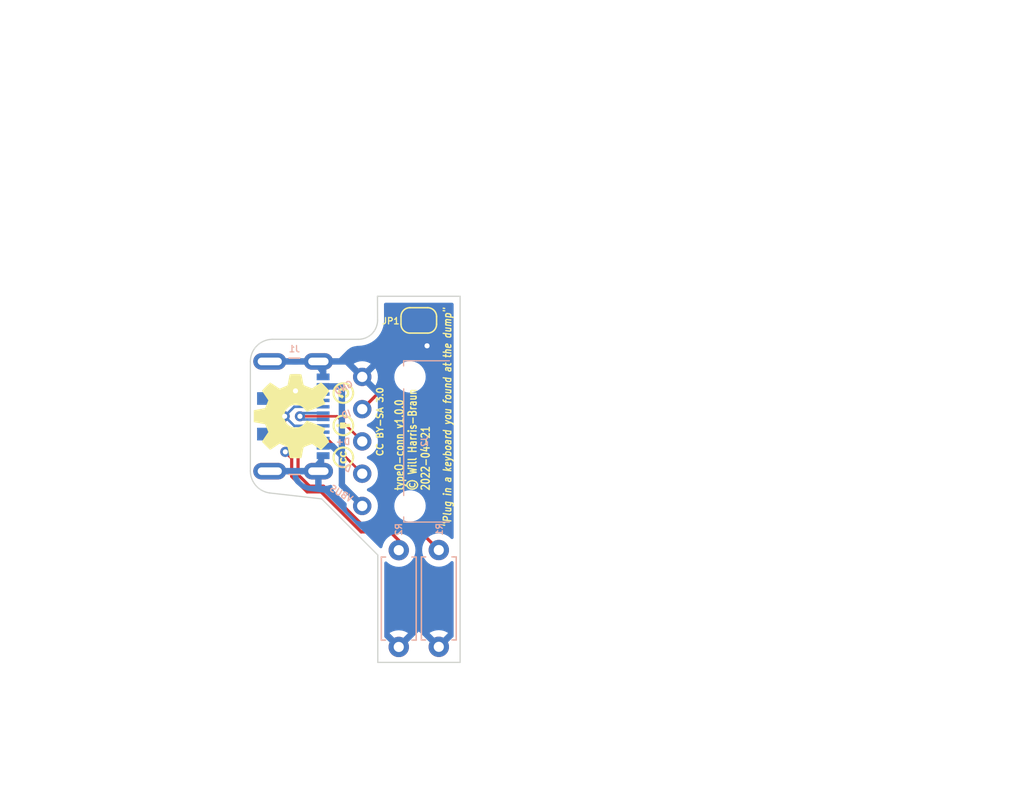
<source format=kicad_pcb>
(kicad_pcb (version 20211014) (generator pcbnew)
  (title_block (comment 4 "AISLER Project ID: IFRABZNE"))
  (layers (0 "F.Cu" signal) (31 "B.Cu" signal) (34 "B.Paste" user) (35 "F.Paste" user) (36 "B.SilkS" user "B.Silkscreen") (37 "F.SilkS" user "F.Silkscreen") (38 "B.Mask" user) (39 "F.Mask" user) (44 "Edge.Cuts" user))
  (net 0 "")
  (net 2 "Net-(J1-PadB5)")
  (net 4 "Net-(J1-PadA5)")
  (net 5 "/VBUS")
  (net 6 "/D+")
  (net 7 "/D-")
  (net 8 "/ID")
  (net 9 "/GND")
  (footprint "Jumper:SolderJumper-2_P1.3mm_Bridged_RoundedPad1.0x1.5mm" (layer "F.Cu") (at 128.688021 71.75179 180)
    (fp_text reference "JP1")
    (fp_text value "SolderJumper_2_Bridged" hide)
  )
  (footprint "MyLibrary:8292200520001101" (layer "F.Cu") (at 124.238021 76.2)
    (fp_text reference "J2")
    (fp_text value "829-22-005-20-001101" hide)
  )
  (footprint "Symbol:OSHW-Symbol_6.7x6mm_SilkScreen" (layer "F.Cu") (at 118.688021 79.30179 90)
    (fp_text reference "REF**" hide)
    (fp_text value "OSHW-Symbol_6.7x6mm_SilkScreen" hide)
  )
  (footprint "Connector_USB:USB_C_Receptacle_JAE_DX07S016JA1R1500" (layer "B.Cu") (at 118.113997 79.30179 90)
    (fp_text reference "J1")
    (fp_text value "USB_C_Receptacle_USB2.0" hide)
  )
  (footprint "Resistor_THT:R_Axial_DIN0207_L6.3mm_D2.5mm_P7.62mm_Horizontal" (layer "B.Cu") (at 127.113021 97.46179 90)
    (fp_text reference "R2")
    (fp_text value "5.1k")
  )
  (footprint "Resistor_THT:R_Axial_DIN0207_L6.3mm_D2.5mm_P7.62mm_Horizontal" (layer "B.Cu") (at 130.263021 97.45179 90)
    (fp_text reference "R1")
    (fp_text value "5.1k")
  )
  (gr_poly (pts (xy 122.489472 82.74842) (xy 122.490899 82.729807) (xy 122.493284 82.711892) (xy 122.496627 82.694675) (xy 122.500928 82.678155) (xy 122.506186 82.662333) (xy 122.512402 82.647208) (xy 122.519575 82.632781) (xy 122.527706 82.61905) (xy 122.536795 82.606016) (xy 122.54684 82.593679) (xy 122.557843 82.582039) (xy 122.569803 82.571095) (xy 122.58272 82.560847) (xy 122.596594 82.551295) (xy 122.611425 82.542439) (xy 122.611426 82.542439) (xy 122.670401 82.655866) (xy 122.665771 82.65817) (xy 122.661317 82.660538) (xy 122.657038 82.66297) (xy 122.652935 82.665466) (xy 122.649009 82.668026) (xy 122.645258 82.670651) (xy 122.641685 82.67334) (xy 122.638287 82.676093) (xy 122.635067 82.678911) (xy 122.632023 82.681793) (xy 122.629157 82.68474) (xy 122.626467 82.687752) (xy 122.623955 82.690829) (xy 122.62162 82.69397) (xy 122.619464 82.697177) (xy 122.617484 82.700448) (xy 122.615658 82.703742) (xy 122.613949 82.707007) (xy 122.612357 82.710241) (xy 122.610882 82.713446) (xy 122.609525 82.716622) (xy 122.608286 82.719767) (xy 122.607164 82.722884) (xy 122.60616 82.72597) (xy 122.605274 82.729028) (xy 122.604506 82.732056) (xy 122.603856 82.735054) (xy 122.603324 82.738023) (xy 122.602909 82.740963) (xy 122.602614 82.743874) (xy 122.602436 82.746755) (xy 122.602377 82.749608) (xy 122.602523 82.756581) (xy 122.602961 82.763334) (xy 122.603692 82.769865) (xy 122.604715 82.776176) (xy 122.60603 82.782265) (xy 122.607637 82.788133) (xy 122.609537 82.79378) (xy 122.611729 82.799205) (xy 122.614213 82.80441) (xy 122.61699 82.809393) (xy 122.620059 82.814155) (xy 122.62342 82.818696) (xy 122.627074 82.823015) (xy 122.63102 82.827113) (xy 122.635258 82.830989) (xy 122.639789 82.834645) (xy 122.644612 82.838079) (xy 122.649727 82.841291) (xy 122.655135 82.844282) (xy 122.660836 82.847052) (xy 122.666828 82.8496) (xy 122.673114 82.851927) (xy 122.679691 82.854032) (xy 122.686561 82.855916) (xy 122.693724 82.857578) (xy 122.701179 82.859018) (xy 122.708926 82.860237) (xy 122.716966 82.861235) (xy 122.725299 82.862011) (xy 122.733924 82.862565) (xy 122.742841 82.862897) (xy 122.752052 82.863008) (xy 122.760448 82.862896) (xy 122.768631 82.862559) (xy 122.776601 82.861998) (xy 122.784358 82.861213) (xy 122.791903 82.860203) (xy 122.799234 82.858969) (xy 122.806353 82.85751) (xy 122.81326 82.855828) (xy 122.819954 82.853921) (xy 122.826435 82.85179) (xy 122.832705 82.849435) (xy 122.838763 82.846856) (xy 122.844608 82.844053) (xy 122.850242 82.841027) (xy 122.855664 82.837776) (xy 122.860875 82.834301) (xy 122.86582 82.830603) (xy 122.870447 82.826692) (xy 122.874755 82.822568) (xy 122.878744 82.818232) (xy 122.880618 82.815984) (xy 122.882414 82.813683) (xy 122.884129 82.811329) (xy 122.885765 82.808922) (xy 122.887321 82.806461) (xy 122.888797 82.803948) (xy 122.890193 82.801381) (xy 122.89151 82.798761) (xy 122.893904 82.793361) (xy 122.895979 82.787749) (xy 122.897735 82.781924) (xy 122.899172 82.775886) (xy 122.900289 82.769635) (xy 122.901088 82.763172) (xy 122.901567 82.756496) (xy 122.901726 82.749608) (xy 122.901443 82.740517) (xy 122.900592 82.731769) (xy 122.899173 82.723364) (xy 122.897188 82.715302) (xy 122.894635 82.707582) (xy 122.891516 82.700205) (xy 122.887829 82.69317) (xy 122.883576 82.686478) (xy 122.878756 82.680128) (xy 122.873369 82.67412) (xy 122.867415 82.668455) (xy 122.860895 82.663131) (xy 122.853809 82.65815) (xy 122.846156 82.65351) (xy 122.837937 82.649212) (xy 122.829151 82.645256) (xy 122.882068 82.540957) (xy 122.889718 82.545215) (xy 122.89716 82.549674) (xy 122.904395 82.554333) (xy 122.911422 82.559194) (xy 122.918242 82.564255) (xy 122.924855 82.569517) (xy 122.93126 82.574981) (xy 122.937458 82.580645) (xy 122.943449 82.58651) (xy 122.949233 82.592576) (xy 122.95481 82.598843) (xy 122.96018 82.605311) (xy 122.965343 82.611979) (xy 122.9703 82.618849) (xy 122.97505 82.625919) (xy 122.979593 82.633191) (xy 122.983899 82.640601) (xy 122.987926 82.648107) (xy 122.991676 82.655709) (xy 122.995147 82.663407) (xy 122.998339 82.6712) (xy 123.001254 82.679089) (xy 123.003891 82.687073) (xy 123.00625 82.695153) (xy 123.008331 82.703328) (xy 123.010134 82.711598) (xy 123.01166 82.719963) (xy 123.012908 82.728422) (xy 123.013879 82.736977) (xy 123.014572 82.745626) (xy 123.014988 82.754369) (xy 123.015127 82.763207) (xy 123.014855 82.77721) (xy 123.014041 82.79087) (xy 123.012684 82.804189) (xy 123.010784 82.817166) (xy 123.008341 82.829801) (xy 123.005354 82.842093) (xy 123.001824 82.854043) (xy 122.99775 82.865651) (xy 122.993132 82.876915) (xy 122.987971 82.887838) (xy 122.982265 82.898417) (xy 122.976015 82.908653) (xy 122.96922 82.918546) (xy 122.961881 82.928096) (xy 122.953997 82.937303) (xy 122.945568 82.946167) (xy 122.936663 82.954586) (xy 122.927334 82.962463) (xy 122.917579 82.969797) (xy 122.907399 82.976587) (xy 122.896793 82.982834) (xy 122.885763 82.988538) (xy 122.874307 82.993699) (xy 122.862426 82.998316) (xy 122.85012 83.00239) (xy 122.837389 83.005921) (xy 122.824232 83.008909) (xy 122.810651 83.011353) (xy 122.796645 83.013255) (xy 122.782214 83.014613) (xy 122.767359 83.015427) (xy 122.752078 83.015699) (xy 122.737152 83.015424) (xy 122.722617 83.0146) (xy 122.708473 83.013227) (xy 122.694718 83.011304) (xy 122.681354 83.008832) (xy 122.66838 83.005811) (xy 122.655796 83.00224) (xy 122.643602 82.998121) (xy 122.631798 82.993452) (xy 122.620383 82.988234) (xy 122.609358 82.982468) (xy 122.598722 82.976152) (xy 122.588475 82.969287) (xy 122.578618 82.961873) (xy 122.569149 82.953911) (xy 122.56007 82.945399) (xy 122.551467 82.936469) (xy 122.543419 82.927248) (xy 122.535925 82.917738) (xy 122.528985 82.907939) (xy 122.522601 82.897849) (xy 122.516771 82.88747) (xy 122.511496 82.876801) (xy 122.506776 82.865842) (xy 122.502611 82.854594) (xy 122.499001 82.843055) (xy 122.495946 82.831226) (xy 122.493447 82.819107) (xy 122.491503 82.806699) (xy 122.490114 82.794) (xy 122.489281 82.781011) (xy 122.489003 82.767732)) (layer "F.SilkS") (width 0.015) (fill solid))
  (gr_poly (pts (xy 122.487451 79.846997) (xy 122.487637 79.844405) (xy 122.487947 79.841848) (xy 122.488381 79.839326) (xy 122.48894 79.836839) (xy 122.489622 79.834388) (xy 122.490428 79.831972) (xy 122.491358 79.829591) (xy 122.492412 79.827247) (xy 122.49359 79.824938) (xy 122.494893 79.822664) (xy 122.496319 79.820427) (xy 122.497869 79.818226) (xy 122.499544 79.816062) (xy 122.501342 79.813933) (xy 122.503264 79.811841) (xy 122.505275 79.809836) (xy 122.50734 79.80796) (xy 122.509457 79.806211) (xy 122.511628 79.80459) (xy 122.513852 79.803098) (xy 122.516129 79.801735) (xy 122.518459 79.800501) (xy 122.520843 79.799396) (xy 122.523279 79.79842) (xy 122.525768 79.797574) (xy 122.52831 79.796857) (xy 122.530905 79.79627) (xy 122.533553 79.795813) (xy 122.536254 79.795487) (xy 122.539008 79.795291) (xy 122.541814 79.795225) (xy 122.541814 79.795226) (xy 122.888021 79.795226) (xy 122.888021 79.891957) (xy 123.299237 79.891957) (xy 123.299237 80.155059) (xy 122.888048 80.155059) (xy 122.888048 80.25179) (xy 122.541814 80.25179) (xy 122.539003 80.251728) (xy 122.536247 80.251542) (xy 122.533544 80.251232) (xy 122.530894 80.250799) (xy 122.528299 80.250241) (xy 122.525756 80.249559) (xy 122.523268 80.248754) (xy 122.520833 80.247825) (xy 122.518451 80.246772) (xy 122.516122 80.245596) (xy 122.513847 80.244296) (xy 122.511624 80.242872) (xy 122.509455 80.241325) (xy 122.507339 80.239654) (xy 122.505275 80.23786) (xy 122.503264 80.235942) (xy 122.501346 80.233926) (xy 122.499551 80.231858) (xy 122.497879 80.229737) (xy 122.49633 80.227563) (xy 122.494904 80.225337) (xy 122.493602 80.223058) (xy 122.492423 80.220727) (xy 122.491368 80.218344) (xy 122.490436 80.215908) (xy 122.489629 80.213419) (xy 122.488945 80.210879) (xy 122.488385 80.208286) (xy 122.48795 80.205641) (xy 122.487638 80.202943) (xy 122.487452 80.200194) (xy 122.487389 80.197392) (xy 122.487389 79.849624)) (layer "F.SilkS") (width 0.015) (fill solid))
  (gr_poly (pts (xy 122.204799 80.016275) (xy 122.205148 80.009247) (xy 122.205731 80.00245) (xy 122.206547 79.995883) (xy 122.207597 79.989547) (xy 122.208879 79.983442) (xy 122.210395 79.977568) (xy 122.212144 79.971924) (xy 122.214126 79.966511) (xy 122.216342 79.961328) (xy 122.218791 79.956376) (xy 122.221473 79.951655) (xy 122.224388 79.947164) (xy 122.227537 79.942903) (xy 122.230918 79.938874) (xy 122.234534 79.935074) (xy 122.238382 79.931505) (xy 122.242464 79.928167) (xy 122.246779 79.925059) (xy 122.251328 79.922181) (xy 122.25611 79.919534) (xy 122.261125 79.917117) (xy 122.266374 79.91493) (xy 122.271856 79.912974) (xy 122.277571 79.911248) (xy 122.28352 79.909752) (xy 122.289702 79.908486) (xy 122.296118 79.90745) (xy 122.302767 79.906645) (xy 122.309649 79.90607) (xy 122.316765 79.905725) (xy 122.324115 79.90561) (xy 122.331369 79.905725) (xy 122.338393 79.90607) (xy 122.345187 79.906646) (xy 122.351751 79.907453) (xy 122.358084 79.908489) (xy 122.364188 79.909756) (xy 122.370061 79.911253) (xy 122.375703 79.912981) (xy 122.381116 79.914939) (xy 122.386298 79.917127) (xy 122.39125 79.919546) (xy 122.395971 79.922195) (xy 122.400463 79.925074) (xy 122.404724 79.928184) (xy 122.408755 79.931524) (xy 122.412555 79.935094) (xy 122.416125 79.938895) (xy 122.419465 79.942925) (xy 122.422575 79.947186) (xy 122.425454 79.951678) (xy 122.428103 79.956399) (xy 122.430522 79.961351) (xy 122.43271 79.966534) (xy 122.434668 79.971946) (xy 122.436396 79.977589) (xy 122.437893 79.983462) (xy 122.43916 79.989565) (xy 122.440197 79.995898) (xy 122.441003 80.002462) (xy 122.441579 80.009256) (xy 122.441925 80.01628) (xy 122.44204 80.023534) (xy 122.441925 80.030789) (xy 122.441579 80.037813) (xy 122.441003 80.044607) (xy 122.440197 80.051172) (xy 122.43916 80.057506) (xy 122.437893 80.06361) (xy 122.436396 80.069483) (xy 122.434668 80.075127) (xy 122.43271 80.08054) (xy 122.430522 80.085724) (xy 122.428103 80.090677) (xy 122.425454 80.095399) (xy 122.422575 80.099892) (xy 122.419465 80.104154) (xy 122.416125 80.108186) (xy 122.412555 80.111988) (xy 122.408755 80.115559) (xy 122.404724 80.1189) (xy 122.400463 80.122011) (xy 122.395971 80.124892) (xy 122.39125 80.127542) (xy 122.386298 80.129962) (xy 122.381116 80.132151) (xy 122.375703 80.13411) (xy 122.370061 80.135839) (xy 122.364188 80.137337) (xy 122.358084 80.138604) (xy 122.351751 80.139642) (xy 122.345187 80.140448) (xy 122.338393 80.141025) (xy 122.331369 80.14137) (xy 122.324115 80.141486) (xy 122.309658 80.141025) (xy 122.302779 80.14045) (xy 122.296133 80.139644) (xy 122.28972 80.138608) (xy 122.28354 80.137341) (xy 122.277592 80.135844) (xy 122.271878 80.134117) (xy 122.266397 80.13216) (xy 122.261148 80.129972) (xy 122.256133 80.127554) (xy 122.251351 80.124906) (xy 122.246802 80.122027) (xy 122.242486 80.118918) (xy 122.238403 80.115578) (xy 122.234554 80.112008) (xy 122.230937 80.108207) (xy 122.227554 80.104176) (xy 122.224404 80.099915) (xy 122.221487 80.095423) (xy 122.218803 80.0907) (xy 122.216353 80.085747) (xy 122.214135 80.080563) (xy 122.212152 80.075149) (xy 122.210401 80.069504) (xy 122.208884 80.063629) (xy 122.2076 80.057523) (xy 122.20655 80.051187) (xy 122.205733 80.04462) (xy 122.205149 80.037822) (xy 122.204799 80.030793) (xy 122.204682 80.023534)) (layer "F.SilkS") (width 0.015) (fill solid))
  (gr_poly (pts (xy 121.906844 77.431447) (xy 121.909732 77.388317) (xy 121.914546 77.346037) (xy 121.921285 77.304607) (xy 121.929949 77.264026) (xy 121.940539 77.224296) (xy 121.953055 77.185415) (xy 121.967496 77.147384) (xy 121.983862 77.110202) (xy 122.002154 77.07387) (xy 122.022372 77.038387) (xy 122.044514 77.003754) (xy 122.068583 76.96997) (xy 122.094576 76.937035) (xy 122.122496 76.904949) (xy 122.15234 76.873712) (xy 122.18339 76.843876) (xy 122.215301 76.815963) (xy 122.248073 76.789974) (xy 122.281708 76.765908) (xy 122.316203 76.743767) (xy 122.351561 76.723549) (xy 122.38778 76.705256) (xy 122.424861 76.688887) (xy 122.462804 76.674444) (xy 122.501609 76.661925) (xy 122.541277 76.651332) (xy 122.581806 76.642664) (xy 122.623198 76.635922) (xy 122.665452 76.631106) (xy 122.708569 76.628216) (xy 122.752548 76.627253) (xy 122.796518 76.628198) (xy 122.839589 76.631034) (xy 122.88176 76.635761) (xy 122.923032 76.642378) (xy 122.963405 76.650885) (xy 123.00288 76.661283) (xy 123.041456 76.673571) (xy 123.079133 76.68775) (xy 123.115912 76.703818) (xy 123.151793 76.721777) (xy 123.186776 76.741625) (xy 123.220861 76.763364) (xy 123.254049 76.786992) (xy 123.28634 76.81251) (xy 123.317734 76.839917) (xy 123.348231 76.869214) (xy 123.378623 76.90152) (xy 123.407055 76.934572) (xy 123.433526 76.968368) (xy 123.458036 77.002909) (xy 123.480585 77.038195) (xy 123.501174 77.074225) (xy 123.519801 77.111) (xy 123.536468 77.148518) (xy 123.551174 77.186781) (xy 123.56392 77.225787) (xy 123.574704 77.265536) (xy 123.583528 77.306028) (xy 123.590391 77.347264) (xy 123.595293 77.389243) (xy 123.598234 77.431964) (xy 123.599214 77.475428) (xy 123.59824 77.51798) (xy 123.595316 77.559822) (xy 123.590444 77.600954) (xy 123.583622 77.641377) (xy 123.574851 77.681089) (xy 123.564132 77.720093) (xy 123.551463 77.758386) (xy 123.536845 77.79597) (xy 123.520279 77.832845) (xy 123.501763 77.86901) (xy 123.481298 77.904466) (xy 123.458884 77.939213) (xy 123.434521 77.973251) (xy 123.408209 78.00658) (xy 123.379949 78.039199) (xy 123.349739 78.07111) (xy 123.318176 78.101316) (xy 123.285845 78.129574) (xy 123.252748 78.155883) (xy 123.218882 78.180245) (xy 123.184249 78.202658) (xy 123.148849 78.223123) (xy 123.11268 78.241639) (xy 123.075743 78.258207) (xy 123.038037 78.272826) (xy 122.999564 78.285497) (xy 122.960321 78.296218) (xy 122.92031 78.30499) (xy 122.87953 78.311813) (xy 122.837981 78.316687) (xy 122.795662 78.319611) (xy 122.752574 78.320586) (xy 122.752548 78.320585) (xy 122.752548 78.167895) (xy 122.787586 78.167092) (xy 122.82201 78.164683) (xy 122.855817 78.160668) (xy 122.88901 78.155046) (xy 122.921587 78.147819) (xy 122.953549 78.138985) (xy 122.984897 78.128545) (xy 123.015629 78.1165) (xy 123.045748 78.102848) (xy 123.075251 78.08759) (xy 123.104141 78.070726) (xy 123.132417 78.052256) (xy 123.160078 78.032179) (xy 123.187126 78.010497) (xy 123.21356 77.987208) (xy 123.239381 77.962314) (xy 123.264285 77.936304) (xy 123.28758 77.909681) (xy 123.309269 77.882443) (xy 123.329349 77.854592) (xy 123.347823 77.826126) (xy 123.364689 77.797046) (xy 123.379948 77.767352) (xy 123.3936 77.737044) (xy 123.405645 77.706122) (xy 123.416084 77.674585) (xy 123.424917 77.642434) (xy 123.432143 77.609669) (xy 123.437763 77.57629) (xy 123.441778 77.542296) (xy 123.444186 77.507687) (xy 123.444989 77.472464) (xy 123.44418 77.43741) (xy 123.441753 77.402922) (xy 123.437708 77.369) (xy 123.432045 77.335643) (xy 123.424764 77.302853) (xy 123.415865 77.270629) (xy 123.405348 77.238972) (xy 123.393213 77.207881) (xy 123.37946 77.177357) (xy 123.364088 77.1474) (xy 123.347098 77.11801) (xy 123.32849 77.089187) (xy 123.308263 77.060932) (xy 123.286418 77.033244) (xy 123.262955 77.006124) (xy 123.237873 76.979572) (xy 123.213299 76.955403) (xy 123.187958 76.932794) (xy 123.161849 76.911744) (xy 123.134973 76.892254) (xy 123.107328 76.874323) (xy 123.078916 76.857952) (xy 123.049735 76.84314) (xy 123.019787 76.829887) (xy 122.98907 76.818194) (xy 122.957586 76.80806) (xy 122.925333 76.799485) (xy 122.892313 76.792469) (xy 122.858524 76.787012) (xy 122.823967 76.783115) (xy 122.788641 76.780776) (xy 122.752548 76.779997) (xy 122.716622 76.780788) (xy 122.681404 76.783163) (xy 122.646894 76.78712) (xy 122.613092 76.792661) (xy 122.579998 76.799784) (xy 122.547612 76.808489) (xy 122.515934 76.818778) (xy 122.484965 76.830648) (xy 122.454704 76.844101) (xy 122.425151 76.859135) (xy 122.396308 76.875752) (xy 122.368173 76.893951) (xy 122.340747 76.913731) (xy 122.31403 76.935093) (xy 122.288023 76.958037) (xy 122.262725 76.982562) (xy 122.237999 77.008041) (xy 122.21487 77.034206) (xy 122.193337 77.061056) (xy 122.173401 77.088591) (xy 122.15506 77.116811) (xy 122.138316 77.145715) (xy 122.123167 77.175305) (xy 122.109613 77.205579) (xy 122.097655 77.236538) (xy 122.087292 77.268181) (xy 122.078524 77.300509) (xy 122.07135 77.333521) (xy 122.065771 77.367217) (xy 122.061786 77.401598) (xy 122.059395 77.436662) (xy 122.058598 77.472411) (xy 122.059396 77.508159) (xy 122.061788 77.543209) (xy 122.065776 77.577562) (xy 122.071358 77.611219) (xy 122.078534 77.644178) (xy 122.087306 77.676441) (xy 122.097672 77.708007) (xy 122.109633 77.738876) (xy 122.123189 77.769049) (xy 122.138339 77.798525) (xy 122.155084 77.827304) (xy 122.173423 77.855387) (xy 122.193357 77.882773) (xy 122.214885 77.909463) (xy 122.238008 77.935456) (xy 122.262725 77.960753) (xy 122.289269 77.985839) (xy 122.316356 78.009307) (xy 122.343986 78.031155) (xy 122.372158 78.051385) (xy 122.400873 78.069996) (xy 122.43013 78.086988) (xy 122.45993 78.102361) (xy 122.490273 78.116116) (xy 122.521158 78.128252) (xy 122.552586 78.13877) (xy 122.584556 78.14767) (xy 122.617069 78.154951) (xy 122.650125 78.160614) (xy 122.683723 78.164659) (xy 122.717864 78.167086) (xy 122.752548 78.167895) (xy 122.752548 78.320585) (xy 122.70966 78.319611) (xy 122.667466 78.316687) (xy 122.625991 78.311813) (xy 122.585237 78.30499) (xy 122.545203 78.296218) (xy 122.505889 78.285497) (xy 122.467295 78.272826) (xy 122.429422 78.258207) (xy 122.392269 78.241639) (xy 122.355836 78.223123) (xy 122.320123 78.202658) (xy 122.285131 78.180245) (xy 122.250859 78.155883) (xy 122.217308 78.129574) (xy 122.184477 78.101316) (xy 122.152367 78.07111) (xy 122.122517 78.039906) (xy 122.094594 78.007898) (xy 122.068597 77.975087) (xy 122.044526 77.941472) (xy 122.02238 77.907053) (xy 122.002161 77.871831) (xy 121.983867 77.835805) (xy 121.967499 77.798977) (xy 121.953057 77.761344) (xy 121.940541 77.722909) (xy 121.92995 77.68367) (xy 121.921285 77.643628) (xy 121.914546 77.602782) (xy 121.909732 77.561134) (xy 121.906844 77.518682) (xy 121.905881 77.475428)) (layer "F.SilkS") (width 0.015) (fill solid))
  (gr_poly (pts (xy 122.489472 82.258581) (xy 122.490899 82.239987) (xy 122.493284 82.222101) (xy 122.496627 82.204924) (xy 122.500928 82.188454) (xy 122.506186 82.172694) (xy 122.512402 82.157642) (xy 122.519575 82.143298) (xy 122.527706 82.129664) (xy 122.536795 82.11674) (xy 122.54684 82.104525) (xy 122.557843 82.093019) (xy 122.569803 82.082223) (xy 122.58272 82.072138) (xy 122.596594 82.062762) (xy 122.611425 82.054098) (xy 122.611426 82.054098) (xy 122.670401 82.16599) (xy 122.665771 82.16829) (xy 122.661317 82.170655) (xy 122.657038 82.173087) (xy 122.652935 82.175583) (xy 122.649009 82.178145) (xy 122.645258 82.180772) (xy 122.641685 82.183464) (xy 122.638287 82.186221) (xy 122.635067 82.189042) (xy 122.632023 82.191929) (xy 122.629157 82.194879) (xy 122.626467 82.197895) (xy 122.623955 82.200975) (xy 122.62162 82.204119) (xy 122.619464 82.207327) (xy 122.617484 82.210599) (xy 122.615658 82.213904) (xy 122.613949 82.21719) (xy 122.612357 82.220459) (xy 122.610882 82.223709) (xy 122.609525 82.226941) (xy 122.608286 82.230154) (xy 122.607164 82.233349) (xy 122.60616 82.236524) (xy 122.605274 82.239681) (xy 122.604506 82.242819) (xy 122.603856 82.245938) (xy 122.603324 82.249037) (xy 122.602909 82.252117) (xy 122.602614 82.255178) (xy 122.602436 82.258219) (xy 122.602377 82.26124) (xy 122.602523 82.268216) (xy 122.602961 82.274971) (xy 122.603692 82.281504) (xy 122.604715 82.287817) (xy 122.60603 82.293908) (xy 122.607637 82.299777) (xy 122.609537 82.305426) (xy 122.611729 82.310853) (xy 122.614213 82.316059) (xy 122.61699 82.321043) (xy 122.620059 82.325806) (xy 122.62342 82.330348) (xy 122.627074 82.334668) (xy 122.63102 82.338767) (xy 122.635258 82.342644) (xy 122.639789 82.3463) (xy 122.644612 82.349735) (xy 122.649727 82.352948) (xy 122.655135 82.355939) (xy 122.660836 82.358709) (xy 122.666828 82.361258) (xy 122.673114 82.363585) (xy 122.679691 82.36569) (xy 122.686561 82.367574) (xy 122.693724 82.369236) (xy 122.701179 82.370677) (xy 122.708926 82.371896) (xy 122.716966 82.372893) (xy 122.725299 82.373669) (xy 122.733924 82.374223) (xy 122.742841 82.374556) (xy 122.752052 82.374667) (xy 122.760448 82.374554) (xy 122.768631 82.374217) (xy 122.776601 82.373654) (xy 122.784358 82.372867) (xy 122.791903 82.371855) (xy 122.799234 82.370619) (xy 122.806353 82.369158) (xy 122.81326 82.367473) (xy 122.819954 82.365564) (xy 122.826435 82.363431) (xy 122.832705 82.361074) (xy 122.838763 82.358493) (xy 122.844608 82.355688) (xy 122.850242 82.35266) (xy 122.855664 82.349408) (xy 122.860875 82.345933) (xy 122.86582 82.34224) (xy 122.870447 82.338334) (xy 122.874755 82.334215) (xy 122.876789 82.332076) (xy 122.878744 82.329883) (xy 122.880618 82.327637) (xy 122.882414 82.325338) (xy 122.884129 82.322986) (xy 122.885765 82.32058) (xy 122.887321 82.31812) (xy 122.888797 82.315608) (xy 122.890193 82.313042) (xy 122.89151 82.310423) (xy 122.893904 82.305024) (xy 122.895979 82.299411) (xy 122.897735 82.293585) (xy 122.899172 82.287544) (xy 122.900289 82.281289) (xy 122.901088 82.274821) (xy 122.901567 82.268137) (xy 122.901726 82.26124) (xy 122.901443 82.252158) (xy 122.900592 82.243418) (xy 122.899173 82.235019) (xy 122.897188 82.226961) (xy 122.894635 82.219246) (xy 122.891516 82.211872) (xy 122.887829 82.20484) (xy 122.883576 82.19815) (xy 122.878756 82.191802) (xy 122.873369 82.185797) (xy 122.867415 82.180135) (xy 122.860895 82.174815) (xy 122.853809 82.169839) (xy 122.846156 82.165205) (xy 122.837937 82.160915) (xy 122.829151 82.156968) (xy 122.882068 82.051134) (xy 122.889718 82.05557) (xy 122.89716 82.060196) (xy 122.904395 82.065013) (xy 122.911422 82.070019) (xy 122.918242 82.075214) (xy 122.924855 82.080599) (xy 122.93126 82.086173) (xy 122.937458 82.091936) (xy 122.943449 82.097888) (xy 122.949233 82.104029) (xy 122.95481 82.110358) (xy 122.96018 82.116875) (xy 122.965343 82.123581) (xy 122.9703 82.130474) (xy 122.97505 82.137555) (xy 122.979593 82.144823) (xy 122.983899 82.152236) (xy 122.987926 82.159732) (xy 122.991676 82.16731) (xy 122.995147 82.174971) (xy 122.998339 82.182714) (xy 123.001254 82.19054) (xy 123.003891 82.198448) (xy 123.00625 82.206438) (xy 123.008331 82.214511) (xy 123.010134 82.222667) (xy 123.01166 82.230904) (xy 123.012908 82.239225) (xy 123.013879 82.247628) (xy 123.014572 82.256113) (xy 123.014988 82.264681) (xy 123.015127 82.273331) (xy 123.014855 82.287517) (xy 123.014041 82.301342) (xy 123.012684 82.314805) (xy 123.010784 82.327907) (xy 123.008341 82.340648) (xy 123.005354 82.353028) (xy 123.001824 82.365046) (xy 122.99775 82.376704) (xy 122.993132 82.388001) (xy 122.987971 82.398937) (xy 122.982265 82.409512) (xy 122.976015 82.419726) (xy 122.96922 82.42958) (xy 122.961881 82.439073) (xy 122.953997 82.448206) (xy 122.945568 82.456979) (xy 122.936663 82.465321) (xy 122.927334 82.473124) (xy 122.917579 82.480388) (xy 122.907399 82.487113) (xy 122.896793 82.493299) (xy 122.885763 82.498946) (xy 122.874307 82.504055) (xy 122.862426 82.508625) (xy 122.85012 82.512657) (xy 122.837389 82.516151) (xy 122.824232 82.519107) (xy 122.810651 82.521525) (xy 122.796645 82.523406) (xy 122.782214 82.524749) (xy 122.767359 82.525555) (xy 122.752078 82.525823) (xy 122.737152 82.525549) (xy 122.722617 82.524725) (xy 122.708473 82.523353) (xy 122.694718 82.521432) (xy 122.681354 82.518961) (xy 122.66838 82.515941) (xy 122.655796 82.512371) (xy 122.643602 82.508252) (xy 122.631798 82.503583) (xy 122.620383 82.498364) (xy 122.609358 82.492595) (xy 122.598722 82.486276) (xy 122.588475 82.479407) (xy 122.578618 82.471987) (xy 122.569149 82.464017) (xy 122.56007 82.455497) (xy 122.551467 82.446571) (xy 122.543419 82.437355) (xy 122.535925 82.427849) (xy 122.528985 82.418052) (xy 122.522601 82.407966) (xy 122.516771 82.397589) (xy 122.511496 82.386923) (xy 122.506776 82.375966) (xy 122.502611 82.36472) (xy 122.499001 82.353184) (xy 122.495946 82.341358) (xy 122.493447 82.329242) (xy 122.491503 82.316837) (xy 122.490114 82.304142) (xy 122.489281 82.291157) (xy 122.489003 82.277882)) (layer "F.SilkS") (width 0.015) (fill solid))
  (gr_poly (pts (xy 122.307042 77.453876) (xy 122.308549 77.429891) (xy 122.31106 77.406542) (xy 122.314575 77.38383) (xy 122.319094 77.361754) (xy 122.324617 77.340314) (xy 122.331143 77.319512) (xy 122.338673 77.299347) (xy 122.347207 77.27982) (xy 122.356743 77.26093) (xy 122.367283 77.242678) (xy 122.378825 77.225065) (xy 122.391371 77.20809) (xy 122.404918 77.191753) (xy 122.419469 77.176055) (xy 122.435021 77.160997) (xy 122.451368 77.146718) (xy 122.468283 77.133361) (xy 122.485765 77.120924) (xy 122.503814 77.109408) (xy 122.52243 77.098814) (xy 122.541613 77.08914) (xy 122.561363 77.080388) (xy 122.58168 77.072556) (xy 122.602563 77.065646) (xy 122.624014 77.059657) (xy 122.646031 77.05459) (xy 122.668614 77.050443) (xy 122.691764 77.047218) (xy 122.715481 77.044915) (xy 122.739764 77.043533) (xy 122.764613 77.043072) (xy 122.788738 77.04355) (xy 122.812349 77.044986) (xy 122.835446 77.047377) (xy 122.858028 77.050726) (xy 122.880095 77.055031) (xy 122.901648 77.060292) (xy 122.922686 77.06651) (xy 122.94321 77.073684) (xy 122.963219 77.081815) (xy 122.982714 77.090901) (xy 123.001695 77.100944) (xy 123.020162 77.111942) (xy 123.038114 77.123897) (xy 123.055552 77.136807) (xy 123.072476 77.150673) (xy 123.088886 77.165495) (xy 123.104535 77.181096) (xy 123.119175 77.197262) (xy 123.132806 77.213993) (xy 123.145429 77.23129) (xy 123.157043 77.249152) (xy 123.167648 77.267579) (xy 123.177243 77.286573) (xy 123.185829 77.306134) (xy 123.193406 77.326261) (xy 123.199973 77.346955) (xy 123.20553 77.368217) (xy 123.210077 77.390046) (xy 123.213614 77.412444) (xy 123.21614 77.43541) (xy 123.217656 77.458944) (xy 123.218161 77.483047) (xy 123.217825 77.500848) (xy 123.216816 77.518341) (xy 123.215133 77.535527) (xy 123.212778 77.552406) (xy 123.20975 77.568978) (xy 123.206048 77.585243) (xy 123.201673 77.6012) (xy 123.196624 77.616851) (xy 123.190903 77.632194) (xy 123.184507 77.647229) (xy 123.177438 77.661958) (xy 123.169696 77.676379) (xy 123.161279 77.690493) (xy 123.152189 77.704299) (xy 123.142425 77.717797) (xy 123.131987 77.730988) (xy 123.120928 77.743706) (xy 123.109304 77.755772) (xy 123.097113 77.767189) (xy 123.084356 77.777955) (xy 123.071032 77.788071) (xy 123.057142 77.797537) (xy 123.042685 77.806354) (xy 123.027661 77.814521) (xy 123.012071 77.822038) (xy 122.995914 77.828906) (xy 122.97919 77.835124) (xy 122.961898 77.840693) (xy 122.94404 77.845613) (xy 122.925615 77.849885) (xy 122.906622 77.853507) (xy 122.887062 77.85648) (xy 122.887062 77.643253) (xy 122.89655 77.642615) (xy 122.905738 77.641643) (xy 122.914624 77.640337) (xy 122.923209 77.638697) (xy 122.931492 77.636724) (xy 122.939475 77.634417) (xy 122.947156 77.631776) (xy 122.954536 77.628801) (xy 122.961614 77.625493) (xy 122.968392 77.621851) (xy 122.974868 77.617875) (xy 122.981043 77.613565) (xy 122.986917 77.608922) (xy 122.99249 77.603944) (xy 122.997761 77.598633) (xy 123.002731 77.592988) (xy 123.0074 77.58701) (xy 123.011768 77.580697) (xy 123.015834 77.574051) (xy 123.0196 77.567071) (xy 123.023064 77.559758) (xy 123.026226 77.55211) (xy 123.029088 77.544129) (xy 123.031648 77.535814) (xy 123.033908 77.527165) (xy 123.035866 77.518182) (xy 123.037522 77.508866) (xy 123.038878 77.499216) (xy 123.039932 77.489232) (xy 123.040685 77.478914) (xy 123.041137 77.468262) (xy 123.041287 77.457277) (xy 123.040986 77.44627) (xy 123.040082 77.435532) (xy 123.038575 77.425065) (xy 123.036466 77.414868) (xy 123.033755 77.404942) (xy 123.030441 77.395286) (xy 123.026524 77.385901) (xy 123.022006 77.376787) (xy 123.016885 77.367945) (xy 123.011163 77.359374) (xy 123.004838 77.351075) (xy 122.997911 77.343048) (xy 122.990383 77.335293) (xy 122.982253 77.32781) (xy 122.973521 77.320599) (xy 122.964188 77.313661) (xy 122.954352 77.307063) (xy 122.944114 77.30089) (xy 122.933472 77.295144) (xy 122.922429 77.289823) (xy 122.910983 77.284929) (xy 122.899135 77.28046) (xy 122.886885 77.276417) (xy 122.874233 77.2728) (xy 122.86118 77.269608) (xy 122.847725 77.266842) (xy 122.833869 77.264502) (xy 122.819612 77.262587) (xy 122.804955 77.261098) (xy 122.789897 77.260034) (xy 122.774439 77.259396) (xy 122.75858 77.259183) (xy 122.742009 77.259378) (xy 122.725941 77.259963) (xy 122.710375 77.260938) (xy 122.695312 77.262303) (xy 122.680751 77.264057) (xy 122.666693 77.266202) (xy 122.653137 77.268735) (xy 122.640083 77.271659) (xy 122.627531 77.274971) (xy 122.615481 77.278673) (xy 122.603933 77.282764) (xy 122.592886 77.287245) (xy 122.582341 77.292115) (xy 122.572297 77.297373) (xy 122.562755 77.303021) (xy 122.553713 77.309057) (xy 122.545202 77.315469) (xy 122.537239 77.322221) (xy 122.529826 77.329316) (xy 122.522961 77.336752) (xy 122.516645 77.34453) (xy 122.510878 77.35265) (xy 122.50566 77.361113) (xy 122.500992 77.369918) (xy 122.496872 77.379066) (xy 122.493302 77.388558) (xy 122.49028 77.398393) (xy 122.487808 77.408571) (xy 122.485886 77.419094) (xy 122.484512 77.42996) (xy 122.483688 77.441171) (xy 122.483413 77.452726) (xy 122.483998 77.47332) (xy 122.485751 77.492755) (xy 122.488674 77.511031) (xy 122.492765 77.528148) (xy 122.495249 77.536273) (xy 122.498026 77.544107) (xy 122.501094 77.551653) (xy 122.504455 77.558908) (xy 122.508109 77.565874) (xy 122.512054 77.57255) (xy 122.516292 77.578937) (xy 122.520822 77.585034) (xy 122.525645 77.590842) (xy 122.530759 77.59636) (xy 122.536167 77.601589) (xy 122.541866 77.606528) (xy 122.547858 77.611178) (xy 122.554142 77.615539) (xy 122.560718 77.619609) (xy 122.567587 77.623391) (xy 122.574748 77.626883) (xy 122.582201 77.630086) (xy 122.589947 77.632999) (xy 122.597985 77.635623) (xy 122.606316 77.637958) (xy 122.614939 77.640003) (xy 122.633062 77.643226) (xy 122.633062 77.581234) (xy 122.800887 77.749033) (xy 122.633062 77.916858) (xy 122.633088 77.850395) (xy 122.613896 77.847073) (xy 122.595254 77.843148) (xy 122.577161 77.838621) (xy 122.559617 77.833492) (xy 122.542622 77.827761) (xy 122.526178 77.821427) (xy 122.510282 77.81449) (xy 122.494936 77.80695) (xy 122.480139 77.798808) (xy 122.465892 77.790063) (xy 122.452195 77.780715) (xy 122.439046 77.770765) (xy 122.426447 77.760211) (xy 122.414398 77.749053) (xy 122.402898 77.737293) (xy 122.391947 77.72493) (xy 122.381605 77.712098) (xy 122.37193 77.698924) (xy 122.362922 77.685408) (xy 122.354581 77.671549) (xy 122.346908 77.657348) (xy 122.339902 77.642803) (xy 122.333563 77.627916) (xy 122.327891 77.612687) (xy 122.322887 77.597114) (xy 122.31855 77.581198) (xy 122.31488 77.56494) (xy 122.311878 77.548338) (xy 122.309542 77.531392) (xy 122.307874 77.514104) (xy 122.306873 77.496472) (xy 122.30654 77.478497)) (layer "F.SilkS") (width 0.015) (fill solid))
  (gr_poly (pts (xy 121.906263 79.98089) (xy 121.909132 79.937609) (xy 121.913915 79.8952) (xy 121.920611 79.853664) (xy 121.929221 79.813) (xy 121.939744 79.773209) (xy 121.95218 79.73429) (xy 121.966531 79.696245) (xy 121.982794 79.659073) (xy 122.000972 79.622774) (xy 122.021063 79.587348) (xy 122.043069 79.552796) (xy 122.066988 79.519118) (xy 122.092821 79.486313) (xy 122.120569 79.454383) (xy 122.150231 79.423327) (xy 122.181463 79.393491) (xy 122.213546 79.365578) (xy 122.246479 79.339589) (xy 122.280262 79.315523) (xy 122.314895 79.293382) (xy 122.350379 79.273164) (xy 122.386712 79.254871) (xy 122.423896 79.238502) (xy 122.46193 79.224059) (xy 122.500814 79.21154) (xy 122.540548 79.200947) (xy 122.581133 79.192279) (xy 122.622568 79.185537) (xy 122.664852 79.180721) (xy 122.707987 79.177831) (xy 122.751973 79.176868) (xy 122.796109 79.177813) (xy 122.839312 79.180649) (xy 122.881582 79.185376) (xy 122.922917 79.191993) (xy 122.963319 79.2005) (xy 123.002787 79.210898) (xy 123.041321 79.223186) (xy 123.078922 79.237365) (xy 123.115589 79.253433) (xy 123.151322 79.271392) (xy 123.186122 79.29124) (xy 123.219989 79.312979) (xy 123.252922 79.336607) (xy 123.284922 79.362125) (xy 123.315988 79.389532) (xy 123.346121 79.418829) (xy 123.376701 79.451316) (xy 123.405307 79.484523) (xy 123.431941 79.51845) (xy 123.456601 79.553097) (xy 123.479289 79.588465) (xy 123.500003 79.624552) (xy 123.518745 79.66136) (xy 123.535513 79.698887) (xy 123.550309 79.737135) (xy 123.563131 79.776104) (xy 123.573981 79.815792) (xy 123.582858 79.856202) (xy 123.589762 79.897331) (xy 123.594694 79.939181) (xy 123.597653 79.981752) (xy 123.598639 80.025043) (xy 123.597664 80.067595) (xy 123.59474 80.109437) (xy 123.589866 80.150569) (xy 123.583043 80.190992) (xy 123.57427 80.230704) (xy 123.563548 80.269708) (xy 123.550877 80.308001) (xy 123.536257 80.345585) (xy 123.519688 80.38246) (xy 123.50117 80.418625) (xy 123.480703 80.454081) (xy 123.458287 80.488828) (xy 123.433922 80.522866) (xy 123.407609 80.556195) (xy 123.379347 80.588814) (xy 123.349137 80.620725) (xy 123.317569 80.650931) (xy 123.285235 80.679189) (xy 123.252134 80.705498) (xy 123.218266 80.72986) (xy 123.183631 80.752273) (xy 123.148229 80.772738) (xy 123.112059 80.791254) (xy 123.075121 80.807822) (xy 123.037416 80.822441) (xy 122.998944 80.835112) (xy 122.959703 80.845833) (xy 122.919694 80.854605) (xy 122.878916 80.861428) (xy 122.83737 80.866302) (xy 122.795056 80.869226) (xy 122.751999 80.8702) (xy 122.751999 80.71751) (xy 122.786857 80.716707) (xy 122.821125 80.714298) (xy 122.854801 80.710283) (xy 122.887887 80.704661) (xy 122.920382 80.697434) (xy 122.952286 80.6886) (xy 122.983599 80.67816) (xy 123.01432 80.666115) (xy 123.04445 80.652463) (xy 123.073988 80.637205) (xy 123.102934 80.620341) (xy 123.131288 80.601871) (xy 123.159049 80.581794) (xy 123.186219 80.560112) (xy 123.212795 80.536823) (xy 123.238779 80.511929) (xy 123.263683 80.485919) (xy 123.286979 80.459296) (xy 123.308667 80.432058) (xy 123.328748 80.404207) (xy 123.347221 80.375741) (xy 123.364087 80.346661) (xy 123.379346 80.316967) (xy 123.392998 80.286659) (xy 123.405044 80.255737) (xy 123.415483 80.2242) (xy 123.424315 80.192049) (xy 123.431542 80.159284) (xy 123.437162 80.125905) (xy 123.441176 80.091911) (xy 123.443584 80.057302) (xy 123.444387 80.022079) (xy 123.443579 79.987025) (xy 123.441154 79.952537) (xy 123.437111 79.918615) (xy 123.431451 79.885258) (xy 123.424173 79.852468) (xy 123.415278 79.820244) (xy 123.404764 79.788587) (xy 123.392631 79.757496) (xy 123.37888 79.726972) (xy 123.36351 79.697015) (xy 123.34652 79.667625) (xy 123.327911 79.638802) (xy 123.307681 79.610547) (xy 123.285832 79.582859) (xy 123.262362 79.555739) (xy 123.237271 79.529187) (xy 123.212875 79.505018) (xy 123.187687 79.482409) (xy 123.161707 79.461359) (xy 123.134937 79.441869) (xy 123.107375 79.423938) (xy 123.079021 79.407567) (xy 123.049876 79.392755) (xy 123.019939 79.379502) (xy 122.989211 79.367809) (xy 122.957691 79.357675) (xy 122.92538 79.3491) (xy 122.892277 79.342084) (xy 122.858382 79.336627) (xy 122.823695 79.33273) (xy 122.788217 79.330391) (xy 122.751946 79.329612) (xy 122.716187 79.330403) (xy 122.681103 79.332778) (xy 122.646691 79.336735) (xy 122.612954 79.342276) (xy 122.57989 79.349399) (xy 122.547499 79.358104) (xy 122.515782 79.368393) (xy 122.484737 79.380263) (xy 122.454365 79.393716) (xy 122.424666 79.40875) (xy 122.395639 79.425367) (xy 122.367285 79.443566) (xy 122.339603 79.463346) (xy 122.312593 79.484708) (xy 122.286255 79.507652) (xy 122.260589 79.532177) (xy 122.236059 79.557829) (xy 122.213112 79.584142) (xy 122.191748 79.611119) (xy 122.171966 79.638757) (xy 122.153767 79.667057) (xy 122.13715 79.696019) (xy 122.122116 79.725643) (xy 122.108665 79.755928) (xy 122.096796 79.786875) (xy 122.086509 79.818484) (xy 122.077805 79.850755) (xy 122.070684 79.883686) (xy 122.065145 79.91728) (xy 122.061189 79.951534) (xy 122.058815 79.98645) (xy 122.058023 80.022026) (xy 122.058815 80.057774) (xy 122.06119 80.092824) (xy 122.065147 80.127177) (xy 122.070688 80.160834) (xy 122.077811 80.193793) (xy 122.086518 80.226056) (xy 122.096806 80.257622) (xy 122.108678 80.288491) (xy 122.122132 80.318664) (xy 122.137169 80.34814) (xy 122.153787 80.376919) (xy 122.171989 80.405002) (xy 122.191772 80.432388) (xy 122.213138 80.459078) (xy 122.236085 80.485071) (xy 122.260615 80.510368) (xy 122.287342 80.535454) (xy 122.314601 80.558922) (xy 122.342391 80.58077) (xy 122.370713 80.601) (xy 122.399565 80.619611) (xy 122.428949 80.636603) (xy 122.458864 80.651976) (xy 122.489311 80.665731) (xy 122.520288 80.677867) (xy 122.551797 80.688385) (xy 122.583836 80.697285) (xy 122.616407 80.704566) (xy 122.649509 80.710229) (xy 122.683141 80.714274) (xy 122.717305 80.716701) (xy 122.751999 80.71751) (xy 122.751999 80.8702) (xy 122.751973 80.870201) (xy 122.708876 80.869226) (xy 122.666511 80.866302) (xy 122.624877 80.861428) (xy 122.583976 80.854605) (xy 122.543806 80.845833) (xy 122.504369 80.835112) (xy 122.465663 80.822441) (xy 122.427689 80.807822) (xy 122.390448 80.791254) (xy 122.353938 80.772738) (xy 122.318161 80.752273) (xy 122.283116 80.72986) (xy 122.248803 80.705498) (xy 122.215222 80.679189) (xy 122.182373 80.650931) (xy 122.150257 80.620725) (xy 122.120591 80.589694) (xy 122.092839 80.557837) (xy 122.067002 80.525154) (xy 122.04308 80.491645) (xy 122.021072 80.45731) (xy 122.000978 80.422148) (xy 121.982799 80.38616) (xy 121.966534 80.349346) (xy 121.952183 80.311704) (xy 121.939745 80.273235) (xy 121.929222 80.233939) (xy 121.920612 80.193816) (xy 121.913915 80.152864) (xy 121.909132 80.111085) (xy 121.906263 80.068478) (xy 121.905306 80.025043)) (layer "F.SilkS") (width 0.015) (fill solid))
  (gr_poly (pts (xy 121.906301 82.490905) (xy 121.909208 82.447737) (xy 121.914052 82.405395) (xy 121.920834 82.363877) (xy 121.929553 82.323186) (xy 121.940209 82.28332) (xy 121.952803 82.244281) (xy 121.967334 82.206068) (xy 121.983801 82.168681) (xy 122.002206 82.132121) (xy 122.022547 82.096389) (xy 122.044825 82.061484) (xy 122.069039 82.027406) (xy 122.09519 81.994156) (xy 122.123277 81.961734) (xy 122.153299 81.93014) (xy 122.16836 81.915441) (xy 122.183688 81.90119) (xy 122.199281 81.887385) (xy 122.215141 81.874029) (xy 122.231267 81.86112) (xy 122.24766 81.848659) (xy 122.264318 81.836646) (xy 122.281242 81.825081) (xy 122.298432 81.813964) (xy 122.315887 81.803296) (xy 122.333608 81.793077) (xy 122.351594 81.783306) (xy 122.369846 81.773985) (xy 122.388363 81.765112) (xy 122.407144 81.756689) (xy 122.426191 81.748715) (xy 122.445448 81.741213) (xy 122.464853 81.734192) (xy 122.484404 81.727655) (xy 122.504103 81.721601) (xy 122.523949 81.71603) (xy 122.543943 81.710942) (xy 122.564084 81.706338) (xy 122.584372 81.702218) (xy 122.604808 81.698582) (xy 122.625392 81.69543) (xy 122.646123 81.692762) (xy 122.667002 81.690579) (xy 122.688029 81.688881) (xy 122.709204 81.687668) (xy 122.730527 81.68694) (xy 122.751999 81.686697) (xy 122.773647 81.686937) (xy 122.795124 81.687656) (xy 122.81643 81.688853) (xy 122.837564 81.69053) (xy 122.858527 81.692685) (xy 122.879318 81.695318) (xy 122.899938 81.69843) (xy 122.920386 81.70202) (xy 122.940662 81.706087) (xy 122.960767 81.710632) (xy 122.980699 81.715655) (xy 123.00046 81.721155) (xy 123.020048 81.727131) (xy 123.039464 81.733585) (xy 123.058708 81.740515) (xy 123.07778 81.747922) (xy 123.096632 81.755804) (xy 123.115208 81.764141) (xy 123.133506 81.772934) (xy 123.151528 81.782181) (xy 123.169273 81.791882) (xy 123.18674 81.802039) (xy 123.203931 81.81265) (xy 123.220844 81.823715) (xy 123.237479 81.835234) (xy 123.253837 81.847208) (xy 123.269917 81.859635) (xy 123.285719 81.872517) (xy 123.301243 81.885852) (xy 123.316489 81.899641) (xy 123.331457 81.913883) (xy 123.346147 81.928579) (xy 123.361228 81.944202) (xy 123.37586 81.960086) (xy 123.390045 81.97623) (xy 123.403782 81.992635) (xy 123.41707 82.0093) (xy 123.429911 82.026225) (xy 123.442302 82.043411) (xy 123.454246 82.060858) (xy 123.46574 82.078564) (xy 123.476786 82.096532) (xy 123.487383 82.114759) (xy 123.497531 82.133248) (xy 123.50723 82.151996) (xy 123.51648 82.171005) (xy 123.52528 82.190275) (xy 123.533631 82.209805) (xy 123.541503 82.229497) (xy 123.548867 82.249273) (xy 123.555723 82.269132) (xy 123.562072 82.289074) (xy 123.567912 82.3091) (xy 123.573245 82.329209) (xy 123.57807 82.349401) (xy 123.582387 82.369676) (xy 123.586196 82.390034) (xy 123.589497 82.410474) (xy 123.59229 82.430997) (xy 123.594576 82.451602) (xy 123.596353 82.47229) (xy 123.597623 82.49306) (xy 123.598385 82.513912) (xy 123.598639 82.534845) (xy 123.598388 82.555764) (xy 123.597636 82.576572) (xy 123.596383 82.597267) (xy 123.594628 82.617851) (xy 123.592372 82.638324) (xy 123.589613 82.658684) (xy 123.586352 82.678932) (xy 123.582589 82.699069) (xy 123.578323 82.719094) (xy 123.573554 82.739006) (xy 123.568282 82.758807) (xy 123.562507 82.778496) (xy 123.556229 82.798072) (xy 123.549447 82.817537) (xy 123.542161 82.836889) (xy 123.534372 82.856129) (xy 123.52612 82.875184) (xy 123.517419 82.893992) (xy 123.508268 82.912552) (xy 123.498668 82.930865) (xy 123.488619 82.94893) (xy 123.478121 82.966748) (xy 123.467174 82.984318) (xy 123.455777 83.00164) (xy 123.443932 83.018714) (xy 123.431637 83.035541) (xy 123.418894 83.05212) (xy 123.405702 83.068451) (xy 123.392062 83.084534) (xy 123.377972 83.100369) (xy 123.363435 83.115956) (xy 123.348449 83.131296) (xy 123.333117 83.146283) (xy 123.317542 83.160816) (xy 123.301725 83.174893) (xy 123.285664 83.188516) (xy 123.269361 83.201683) (xy 123.252815 83.214395) (xy 123.236026 83.226653) (xy 123.218995 83.238455) (xy 123.201721 83.249803) (xy 123.184205 83.260696) (xy 123.166447 83.271134) (xy 123.148446 83.281117) (xy 123.130203 83.290646) (xy 123.111719 83.29972) (xy 123.092992 83.308339) (xy 123.074023 83.316504) (xy 123.054869 83.324193) (xy 123.035586 83.331387) (xy 123.016173 83.338084) (xy 122.996631 83.344285) (xy 122.97696 83.34999) (xy 122.957159 83.355199) (xy 122.937228 83.359912) (xy 122.917168 83.364129) (xy 122.896978 83.36785) (xy 122.876658 83.371074) (xy 122.856207 83.373803) (xy 122.835626 83.376035) (xy 122.814915 83.377772) (xy 122.794074 83.379012) (xy 122.773102 83.379756) (xy 122.752025 83.380004) (xy 122.752025 83.227339) (xy 122.768998 83.22713) (xy 122.785893 83.226502) (xy 122.802712 83.225455) (xy 122.819453 83.223989) (xy 122.836118 83.222104) (xy 122.852705 83.219799) (xy 122.869214 83.217075) (xy 122.885646 83.213932) (xy 122.902001 83.210368) (xy 122.918278 83.206385) (xy 122.934477 83.201981) (xy 122.950599 83.197157) (xy 122.966643 83.191913) (xy 122.982609 83.186248) (xy 122.998497 83.180162) (xy 123.014307 83.173655) (xy 123.02999 83.166764) (xy 123.04546 83.159513) (xy 123.060716 83.151903) (xy 123.075759 83.143933) (xy 123.090587 83.135603) (xy 123.105202 83.126914) (xy 123.119604 83.117865) (xy 123.133792 83.108455) (xy 123.147767 83.098686) (xy 123.161529 83.088556) (xy 123.175078 83.078065) (xy 123.188413 83.067214) (xy 123.201536 83.056001) (xy 123.214445 83.044428) (xy 123.227142 83.032493) (xy 123.239626 83.020197) (xy 123.251824 83.007625) (xy 123.263655 82.994853) (xy 123.275119 82.98188) (xy 123.286216 82.968706) (xy 123.296946 82.955331) (xy 123.30731 82.941755) (xy 123.317307 82.927978) (xy 123.326938 82.914) (xy 123.336203 82.89982) (xy 123.345103 82.885438) (xy 123.353637 82.870855) (xy 123.361806 82.856069) (xy 123.36961 82.841082) (xy 123.37705 82.825892) (xy 123.384124 82.810499) (xy 123.390835 82.794904) (xy 123.39715 82.779175) (xy 123.403058 82.76335) (xy 123.408558 82.74743) (xy 123.41365 82.731415) (xy 123.418336 82.715305) (xy 123.422614 82.699099) (xy 123.426484 82.682798) (xy 123.429947 82.666403) (xy 123.433003 82.649912) (xy 123.435651 82.633327) (xy 123.437892 82.616647) (xy 123.439725 82.599873) (xy 123.441151 82.583003) (xy 123.44217 82.56604) (xy 123.442781 82.548982) (xy 123.442984 82.531829) (xy 123.442778 82.514856) (xy 123.44216 82.497948) (xy 123.441128 82.481105) (xy 123.439684 82.464328) (xy 123.437827 82.447615) (xy 123.435556 82.430966) (xy 123.432872 82.414381) (xy 123.429775 82.397861) (xy 123.426264 82.381404) (xy 123.42234 82.36501) (xy 123.418001 82.348679) (xy 123.413249 82.332411) (xy 123.408082 82.316205) (xy 123.4025 82.300062) (xy 123.396505 82.28398) (xy 123.390094 82.26796) (xy 123.383289 82.252089) (xy 123.37612 82.236415) (xy 123.368587 82.220936) (xy 123.360689 82.205653) (xy 123.352426 82.190565) (xy 123.343798 82.175673) (xy 123.334805 82.160976) (xy 123.325447 82.146473) (xy 123.315723 82.132165) (xy 123.305633 82.118051) (xy 123.295177 82.104131) (xy 123.284356 82.090405) (xy 123.273167 82.076871) (xy 123.261613 82.063531) (xy 123.249691 82.050384) (xy 123.237403 82.037429) (xy 123.21283 82.013448) (xy 123.187489 81.991014) (xy 123.16138 81.970128) (xy 123.134503 81.95079) (xy 123.106858 81.932999) (xy 123.078445 81.916756) (xy 123.049263 81.90206) (xy 123.019314 81.888912) (xy 122.988596 81.87731) (xy 122.95711 81.867256) (xy 122.924855 81.858748) (xy 122.891832 81.851788) (xy 122.85804 81.846375) (xy 122.823479 81.842508) (xy 122.78815 81.840188) (xy 122.752052 81.839415) (xy 122.734534 81.839615) (xy 122.717135 81.840218) (xy 122.699855 81.841223) (xy 122.682692 81.842629) (xy 122.665648 81.844437) (xy 122.648723 81.846646) (xy 122.631915 81.849257) (xy 122.615226 81.85227) (xy 122.598654 81.855684) (xy 122.582201 81.8595) (xy 122.565866 81.863717) (xy 122.549649 81.868336) (xy 122.53355 81.873356) (xy 122.517569 81.878777) (xy 122.501706 81.884599) (xy 122.48596 81.890823) (xy 122.47038 81.897422) (xy 122.455014 81.904388) (xy 122.43986 81.911723) (xy 122.424919 81.919425) (xy 122.410191 81.927494) (xy 122.395675 81.935931) (xy 122.381372 81.944734) (xy 122.367281 81.953903) (xy 122.353402 81.963439) (xy 122.339735 81.97334) (xy 122.32628 81.983608) (xy 122.313037 81.99424) (xy 122.300005 82.005238) (xy 122.287184 82.0166) (xy 122.274574 82.028327) (xy 122.262176 82.040419) (xy 122.237459 82.066271) (xy 122.214336 82.09277) (xy 122.192808 82.119917) (xy 122.172874 82.147711) (xy 122.154535 82.176153) (xy 122.13779 82.205243) (xy 122.12264 82.234981) (xy 122.109084 82.265367) (xy 122.097123 82.296402) (xy 122.086757 82.328086) (xy 122.077985 82.360419) (xy 122.070809 82.393402) (xy 122.065227 82.427034) (xy 122.061239 82.461315) (xy 122.058847 82.496247) (xy 122.058049 82.531829) (xy 122.058841 82.567753) (xy 122.061216 82.602958) (xy 122.065173 82.637442) (xy 122.070714 82.671206) (xy 122.077837 82.70425) (xy 122.086544 82.736574) (xy 122.096832 82.768178) (xy 122.108704 82.799062) (xy 122.122158 82.829225) (xy 122.137195 82.858668) (xy 122.153813 82.88739) (xy 122.172015 82.915393) (xy 122.191798 82.942675) (xy 122.213164 82.969236) (xy 122.236111 82.995077) (xy 122.260641 83.020197) (xy 122.273403 83.032493) (xy 122.28636 83.044429) (xy 122.299511 83.056003) (xy 122.312856 83.067217) (xy 122.326395 83.07807) (xy 122.340129 83.088563) (xy 122.354058 83.098694) (xy 122.368181 83.108465) (xy 122.382499 83.117876) (xy 122.397011 83.126926) (xy 122.411719 83.135615) (xy 122.426622 83.143944) (xy 122.441719 83.151912) (xy 122.457012 83.15952) (xy 122.4725 83.166768) (xy 122.488183 83.173655) (xy 122.504008 83.180162) (xy 122.519921 83.186248) (xy 122.535924 83.191913) (xy 122.552015 83.197157) (xy 122.568195 83.201981) (xy 122.584463 83.206385) (xy 122.60082 83.210368) (xy 122.617266 83.213932) (xy 122.633801 83.217075) (xy 122.650424 83.219799) (xy 122.667136 83.222104) (xy 122.683936 83.223989) (xy 122.700825 83.225455) (xy 122.717803 83.226502) (xy 122.73487 83.22713) (xy 122.752025 83.227339) (xy 122.752025 83.380004) (xy 122.751999 83.380004) (xy 122.731069 83.379753) (xy 122.710241 83.379001) (xy 122.689514 83.377746) (xy 122.668887 83.37599) (xy 122.648361 83.373732) (xy 122.627936 83.370972) (xy 122.607612 83.367711) (xy 122.587388 83.363947) (xy 122.567265 83.359681) (xy 122.547242 83.354914) (xy 122.527319 83.349644) (xy 122.507496 83.343872) (xy 122.487774 83.337598) (xy 122.468152 83.330822) (xy 122.448629 83.323544) (xy 122.429207 83.315763) (xy 122.409962 83.307504) (xy 122.39097 83.298789) (xy 122.372234 83.28962) (xy 122.353751 83.279996) (xy 122.335522 83.269916) (xy 122.317547 83.259382) (xy 122.299827 83.248394) (xy 122.28236 83.23695) (xy 122.265147 83.225053) (xy 122.248188 83.2127) (xy 122.231483 83.199893) (xy 122.215032 83.186632) (xy 122.198835 83.172917) (xy 122.182891 83.158748) (xy 122.167201 83.144124) (xy 122.151765 83.129047) (xy 122.121929 83.098379) (xy 122.094017 83.066849) (xy 122.068029 83.034457) (xy 122.043965 83.001203) (xy 122.021826 82.967087) (xy 122.00161 82.932109) (xy 121.98332 82.896268) (xy 121.966953 82.859565) (xy 121.952512 82.822) (xy 121.939996 82.783573) (xy 121.929405 82.744283) (xy 121.920739 82.704131) (xy 121.913999 82.663117) (xy 121.909184 82.62124) (xy 121.906295 82.5785) (xy 121.905332 82.534898)) (layer "F.SilkS") (width 0.015) (fill solid))
  (gr_arc (start 125.444699 71.737349) (mid 125.00311 72.801031) (end 123.938021 73.239213) (layer "Edge.Cuts") (width 0.1))
  (gr_line (start 125.438021 69.85179) (end 131.938021 69.85179) (layer "Edge.Cuts") (width 0.1))
  (gr_arc (start 115.438021 74.989213) (mid 115.950589 73.75179) (end 117.188021 73.239213) (layer "Edge.Cuts") (width 0.1))
  (gr_line (start 131.938021 69.85179) (end 131.938021 98.67679) (layer "Edge.Cuts") (width 0.1))
  (gr_line (start 125.463021 98.67679) (end 131.938021 98.67679) (layer "Edge.Cuts") (width 0.1))
  (gr_line (start 121.038021 85.80179) (end 125.463021 90.22679) (layer "Edge.Cuts") (width 0.1))
  (gr_line (start 115.438021 83.60179) (end 115.438021 74.989213) (layer "Edge.Cuts") (width 0.1))
  (gr_line (start 125.463021 98.67679) (end 125.463021 90.22679) (layer "Edge.Cuts") (width 0.1))
  (gr_line (start 125.444699 71.737349) (end 125.438021 69.85179) (layer "Edge.Cuts") (width 0.1))
  (gr_line (start 121.038021 85.80179) (end 116.95151 85.337493) (layer "Edge.Cuts") (width 0.1))
  (gr_line (start 117.188021 73.239213) (end 123.938021 73.239213) (layer "Edge.Cuts") (width 0.1))
  (gr_arc (start 116.95151 85.337493) (mid 115.869559 84.753213) (end 115.438021 83.60179) (layer "Edge.Cuts") (width 0.1))
  (gr_text "D+" (at 122.727588 81.301028) (layer "B.SilkS") (effects (font (size 0.5 0.5) (thickness 0.1)) (justify mirror)))
  (gr_text "GND" (at 122.782668 77.054655 30) (layer "B.SilkS") (effects (font (size 0.5 0.5) (thickness 0.1)) (justify mirror)))
  (gr_text "D-" (at 122.808637 83.296277 -20) (layer "B.SilkS") (effects (font (size 0.5 0.5) (thickness 0.1)) (justify mirror)))
  (gr_text "VBUS" (at 122.579816 85.385785 -30) (layer "B.SilkS") (effects (font (size 0.5 0.5) (thickness 0.1)) (justify mirror)))
  (gr_text "ID" (at 122.985045 79.163018 20) (layer "B.SilkS") (effects (font (size 0.5 0.5) (thickness 0.1)) (justify mirror)))
  (gr_text "{dblquote}Plug in a keyboard you found at the dump{dblquote}" (at 130.938021 88.10179 90) (layer "F.SilkS") (effects (font (size 0.6 0.5) (thickness 0.1075) italic) (justify left)))
  (gr_text "typeO-conn v1.0.0\n© Will Harris-Braun\n2022-04-21" (at 128.188021 85.20179 90) (layer "F.SilkS") (effects (font (size 0.64 0.5) (thickness 0.11)) (justify left)))
  (gr_text "CC BY-SA 3.0" (at 125.638021 82.50179 90) (layer "F.SilkS") (effects (font (size 0.5 0.5) (thickness 0.11)) (justify left)))
  (segment (start 119.188021 82.00179) (end 119.188021 83.898993) (width 0.25) (layer "F.Cu") (net 2))
  (segment (start 119.188021 83.898993) (end 120.091298 84.80227) (width 0.25) (layer "F.Cu") (net 2))
  (segment (start 118.988021 77.30179) (end 117.41351 78.876301) (width 0.25) (layer "F.Cu") (net 2))
  (segment (start 128.383501 87.95227) (end 130.263021 89.83179) (width 0.25) (layer "F.Cu") (net 2))
  (segment (start 121.188501 84.80227) (end 124.338501 87.95227) (width 0.25) (layer "F.Cu") (net 2))
  (segment (start 124.338501 87.95227) (end 128.383501 87.95227) (width 0.25) (layer "F.Cu") (net 2))
  (segment (start 120.091298 84.80227) (end 121.188501 84.80227) (width 0.25) (layer "F.Cu") (net 2))
  (segment (start 117.41351 78.876301) (end 117.41351 80.227279) (width 0.25) (layer "F.Cu") (net 2))
  (segment (start 117.41351 80.227279) (end 119.188021 82.00179) (width 0.25) (layer "F.Cu") (net 2))
  (via (at 118.988021 77.30179) (size 0.8) (drill 0.4) (layers "F.Cu" "B.Cu") (net 2))
  (segment (start 121.163997 78.05179) (end 119.738021 78.05179) (width 0.25) (layer "B.Cu") (net 2))
  (segment (start 119.738021 78.05179) (end 118.988021 77.30179) (width 0.25) (layer "B.Cu") (net 2))
  (segment (start 118.188021 82.10179) (end 118.688021 82.60179) (width 0.25) (layer "F.Cu") (net 4))
  (segment (start 124.152304 88.40179) (end 126.438021 88.40179) (width 0.25) (layer "F.Cu") (net 4))
  (segment (start 121.002303 85.25179) (end 124.152304 88.40179) (width 0.25) (layer "F.Cu") (net 4))
  (segment (start 119.905101 85.25179) (end 121.002303 85.25179) (width 0.25) (layer "F.Cu") (net 4))
  (segment (start 126.438021 88.40179) (end 127.113021 89.07679) (width 0.25) (layer "F.Cu") (net 4))
  (segment (start 118.688021 84.03471) (end 119.905101 85.25179) (width 0.25) (layer "F.Cu") (net 4))
  (segment (start 127.113021 89.07679) (end 127.113021 89.84179) (width 0.25) (layer "F.Cu") (net 4))
  (segment (start 118.688021 82.60179) (end 118.688021 84.03471) (width 0.25) (layer "F.Cu") (net 4))
  (via (at 118.188021 82.10179) (size 0.8) (drill 0.4) (layers "F.Cu" "B.Cu") (net 4))
  (segment (start 119.238021 81.05179) (end 121.163997 81.05179) (width 0.25) (layer "B.Cu") (net 4))
  (segment (start 118.188021 82.10179) (end 119.238021 81.05179) (width 0.25) (layer "B.Cu") (net 4))
  (segment (start 122.638021 76.95179) (end 122.638021 82.40179) (width 0.5) (layer "B.Cu") (net 5))
  (segment (start 122.638021 82.40179) (end 122.638021 84.71252) (width 0.5) (layer "B.Cu") (net 5))
  (segment (start 121.163997 81.65179) (end 121.888021 81.65179) (width 0.5) (layer "B.Cu") (net 5))
  (segment (start 122.638021 84.71252) (end 124.238021 86.31252) (width 0.5) (layer "B.Cu") (net 5))
  (segment (start 121.888021 81.65179) (end 122.638021 82.40179) (width 0.5) (layer "B.Cu") (net 5))
  (segment (start 121.163997 76.95179) (end 122.638021 76.95179) (width 0.5) (layer "B.Cu") (net 5))
  (segment (start 122.259811 79.30179) (end 124.238021 81.28) (width 0.2) (layer "F.Cu") (net 6))
  (segment (start 119.338021 79.30179) (end 122.259811 79.30179) (width 0.2) (layer "F.Cu") (net 6))
  (via (at 119.338021 79.30179) (size 0.8) (drill 0.4) (layers "F.Cu" "B.Cu") (net 6))
  (segment (start 119.588021 79.05179) (end 121.163997 79.05179) (width 0.2) (layer "B.Cu") (net 6))
  (segment (start 119.588021 79.55179) (end 121.163997 79.55179) (width 0.2) (layer "B.Cu") (net 6))
  (segment (start 119.338021 79.30179) (end 119.588021 79.05179) (width 0.2) (layer "B.Cu") (net 6))
  (segment (start 119.338021 79.30179) (end 119.588021 79.55179) (width 0.2) (layer "B.Cu") (net 6))
  (segment (start 118.138021 79.30179) (end 118.138021 80.00179) (width 0.2) (layer "F.Cu") (net 7))
  (segment (start 121.519811 81.10179) (end 124.238021 83.82) (width 0.2) (layer "F.Cu") (net 7))
  (segment (start 118.138021 80.00179) (end 119.238021 81.10179) (width 0.2) (layer "F.Cu") (net 7))
  (segment (start 119.238021 81.10179) (end 121.519811 81.10179) (width 0.2) (layer "F.Cu") (net 7))
  (via (at 118.138021 79.30179) (size 0.8) (drill 0.4) (layers "F.Cu" "B.Cu") (net 7))
  (segment (start 121.163997 78.55179) (end 118.888021 78.55179) (width 0.2) (layer "B.Cu") (net 7))
  (segment (start 118.888021 78.55179) (end 118.138021 79.30179) (width 0.2) (layer "B.Cu") (net 7))
  (segment (start 118.888021 80.05179) (end 118.138021 79.30179) (width 0.2) (layer "B.Cu") (net 7))
  (segment (start 121.163997 80.05179) (end 118.888021 80.05179) (width 0.2) (layer "B.Cu") (net 7))
  (segment (start 125.888021 77.09) (end 124.238021 78.74) (width 0.25) (layer "F.Cu") (net 8))
  (segment (start 128.038021 71.75179) (end 125.888021 73.90179) (width 0.25) (layer "F.Cu") (net 8))
  (segment (start 125.888021 73.90179) (end 125.888021 77.09) (width 0.25) (layer "F.Cu") (net 8))
  (segment (start 129.338021 73.75179) (end 129.338021 71.75179) (width 0.25) (layer "F.Cu") (net 9))
  (via (at 129.338021 73.75179) (size 0.8) (drill 0.4) (layers "F.Cu" "B.Cu") (net 9))
  (segment (start 121.128967 82.43682) (end 121.128967 83.21176) (width 0.25) (layer "B.Cu") (net 9))
  (segment (start 121.163997 82.40179) (end 121.128967 82.43682) (width 0.25) (layer "B.Cu") (net 9))
  (segment (start 122.718244 86.58747) (end 124.193244 88.06247) (width 0.25) (layer "B.Cu") (net 9))
  (zone (net 0) (net_name "") (layers F&B.Cu) (connect_pads (clearance 0)) (min_thickness 0.254)
    (keepout (tracks allowed) (vias allowed) (pads allowed) (copperpour not_allowed) (footprints allowed))
    (fill (thermal_gap 0.508) (thermal_bridge_width 0.508))
    (polygon (pts (xy 118.988021 75.30179) (xy 119.238021 75.30179) (xy 119.23814 83.368247) (xy 118.497768 83.367299) (xy 118.488021 83.30179) (xy 114.738021 83.30179) (xy 114.738021 75.30179) (xy 114.988021 75.30179)))
  )
  (zone (net 0) (net_name "") (layer "B.Cu") (connect_pads (clearance 0)) (min_thickness 0.254)
    (keepout (tracks allowed) (vias allowed) (pads allowed) (copperpour not_allowed) (footprints allowed))
    (fill (thermal_gap 0.508) (thermal_bridge_width 0.508))
    (polygon (pts (xy 123.818651 73.762419) (xy 123.654241 73.790765) (xy 123.521013 73.819112) (xy 123.362272 73.878639) (xy 123.239213 73.9534) (xy 123.070303 74.079899) (xy 122.425706 74.727771) (xy 122.238021 74.727771) (xy 122.238021 74.60179) (xy 121.738021 74.10179) (xy 121.738021 73.70179) (xy 124.03125 73.736907)))
  )
  (zone (net 0) (net_name "") (layer "B.Cu") (connect_pads (clearance 0)) (min_thickness 0.254)
    (keepout (tracks allowed) (vias allowed) (pads allowed) (copperpour not_allowed) (footprints allowed))
    (fill (thermal_gap 0.508) (thermal_bridge_width 0.508))
    (polygon (pts (xy 123.314158 75.633058) (xy 123.314158 76.283058) (xy 122.064158 76.283058) (xy 122.064158 75.233058) (xy 122.914158 75.233058)))
  )
  (zone (net 0) (net_name "") (layer "B.Cu") (connect_pads (clearance 0)) (min_thickness 0.254)
    (keepout (tracks allowed) (vias allowed) (pads allowed) (copperpour not_allowed) (footprints allowed))
    (fill (thermal_gap 0.508) (thermal_bridge_width 0.508))
    (polygon (pts (xy 120.263916 73.80179) (xy 119.338021 74.727685) (xy 118.538021 74.727685) (xy 117.812126 74.00179) (xy 117.812126 73.70179) (xy 118.138021 73.375895) (xy 119.838021 73.375895)))
  )
  (zone (net 0) (net_name "") (layer "B.Cu") (connect_pads (clearance 0)) (min_thickness 0.254)
    (keepout (tracks allowed) (vias allowed) (pads allowed) (copperpour not_allowed) (footprints allowed))
    (fill (thermal_gap 0.508) (thermal_bridge_width 0.508))
    (polygon (pts (xy 119.340876 75.32171) (xy 118.590876 75.32171) (xy 118.590876 75.23671) (xy 119.340876 75.23671)))
  )
  (zone (net 0) (net_name "") (layers "B.Cu" "Edge.Cuts") (connect_pads (clearance 0)) (min_thickness 0.254)
    (keepout (tracks allowed) (vias allowed) (pads allowed) (copperpour not_allowed) (footprints allowed))
    (fill (thermal_gap 0.508) (thermal_bridge_width 0.508))
    (polygon (pts (xy 129.340697 96.888407) (xy 129.010327 98.297983) (xy 128.338021 98.30179) (xy 128.098189 96.835845) (xy 128.692566 96.243483)))
  )
  (zone (net 0) (net_name "") (layer "B.Cu") (connect_pads (clearance 0)) (min_thickness 0.254)
    (keepout (tracks allowed) (vias allowed) (pads allowed) (copperpour not_allowed) (footprints allowed))
    (fill (thermal_gap 0.508) (thermal_bridge_width 0.508))
    (polygon (pts (xy 118.739744 83.90179) (xy 118.738021 83.90179) (xy 118.789585 84.256483) (xy 118.88273 84.412967) (xy 119.013133 84.58808) (xy 119.419274 84.939341) (xy 119.625484 85.051819) (xy 119.994162 85.183043) (xy 119.938021 85.50179) (xy 119.538021 85.40179) (xy 117.838021 85.20179) (xy 117.838021 84.80179) (xy 118.438021 84.20179) (xy 118.438021 83.883689) (xy 118.739744 83.883689)))
  )
  (zone (net 0) (net_name "") (layer "B.Cu") (connect_pads (clearance 0)) (min_thickness 0.254)
    (keepout (tracks allowed) (vias allowed) (pads allowed) (copperpour not_allowed) (footprints allowed))
    (fill (thermal_gap 0.508) (thermal_bridge_width 0.508))
    (polygon (pts (xy 125.470039 77.791417) (xy 125.466903 78.80179) (xy 124.46273 77.797617) (xy 124.46273 77.078788) (xy 124.754274 77.075652)))
  )
  (zone (net 9) (net_name "/GND") (layer "B.Cu") (name "Common Ground") (connect_pads (clearance 0.508)) (min_thickness 0.254) (fill yes (thermal_gap 0.508) (thermal_bridge_width 0.508))
    (polygon (pts (xy 140.488021 109.30179) (xy 95.738021 109.30179) (xy 95.738021 67.05179) (xy 140.488021 67.05179)))
  )
)
</source>
